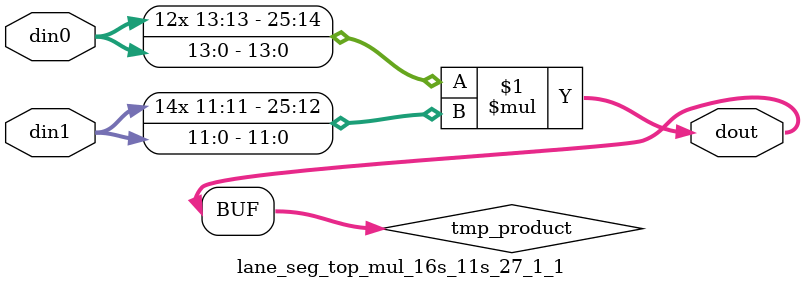
<source format=v>

`timescale 1 ns / 1 ps

  module lane_seg_top_mul_16s_11s_27_1_1(din0, din1, dout);
parameter ID = 1;
parameter NUM_STAGE = 0;
parameter din0_WIDTH = 14;
parameter din1_WIDTH = 12;
parameter dout_WIDTH = 26;

input [din0_WIDTH - 1 : 0] din0; 
input [din1_WIDTH - 1 : 0] din1; 
output [dout_WIDTH - 1 : 0] dout;

wire signed [dout_WIDTH - 1 : 0] tmp_product;













assign tmp_product = $signed(din0) * $signed(din1);








assign dout = tmp_product;







endmodule

</source>
